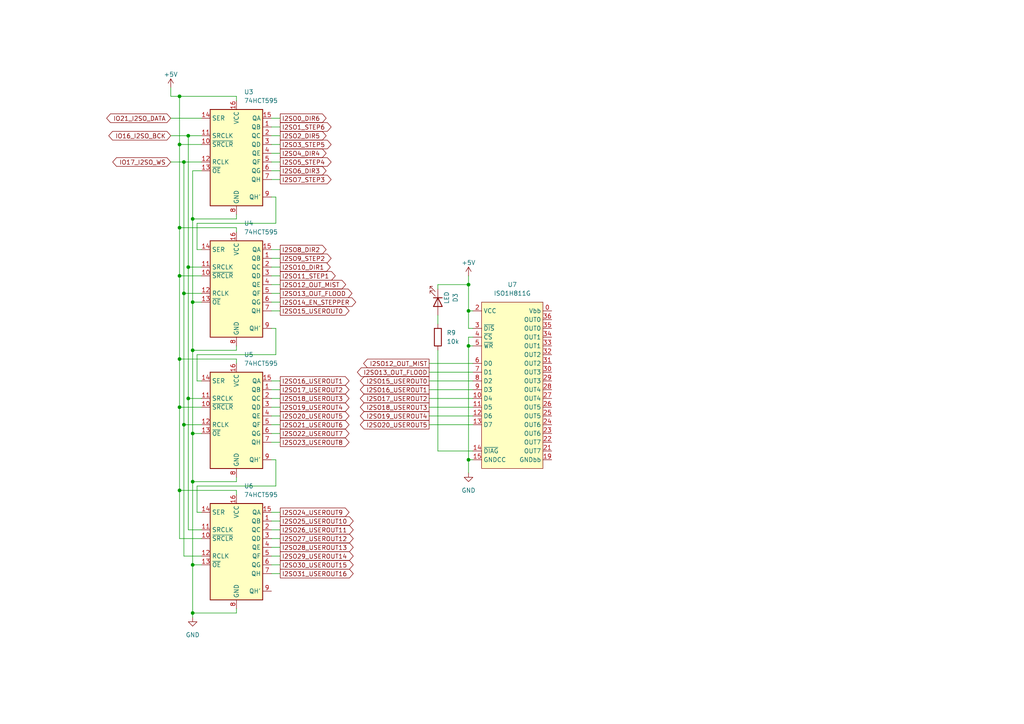
<source format=kicad_sch>
(kicad_sch (version 20230121) (generator eeschema)
  (paper "A4")
  (lib_symbols
    (symbol "74xx:74HCT595"
      (property "Reference" "U" (at -7.62 13.97 0))
      (property "Value" "74HCT595" (at -7.62 -16.51 0))
      (symbol "74HCT595_1_0"
        (pin tri_state line (at 10.16 7.62 180) (length 2.54) (name "QB") (number "1"))
        (pin input line (at -10.16 2.54 0) (length 2.54) (name "~{SRCLR}") (number "10"))
        (pin input line (at -10.16 5.08 0) (length 2.54) (name "SRCLK") (number "11"))
        (pin input line (at -10.16 -2.54 0) (length 2.54) (name "RCLK") (number "12"))
        (pin input line (at -10.16 -5.08 0) (length 2.54) (name "~{OE}") (number "13"))
        (pin input line (at -10.16 10.16 0) (length 2.54) (name "SER") (number "14"))
        (pin tri_state line (at 10.16 10.16 180) (length 2.54) (name "QA") (number "15"))
        (pin power_in line (at 0 15.24 270) (length 2.54) (name "VCC") (number "16"))
        (pin tri_state line (at 10.16 5.08 180) (length 2.54) (name "QC") (number "2"))
        (pin tri_state line (at 10.16 2.54 180) (length 2.54) (name "QD") (number "3"))
        (pin tri_state line (at 10.16 0 180) (length 2.54) (name "QE") (number "4"))
        (pin tri_state line (at 10.16 -2.54 180) (length 2.54) (name "QF") (number "5"))
        (pin tri_state line (at 10.16 -5.08 180) (length 2.54) (name "QG") (number "6"))
        (pin tri_state line (at 10.16 -7.62 180) (length 2.54) (name "QH") (number "7"))
        (pin power_in line (at 0 -17.78 90) (length 2.54) (name "GND") (number "8"))
        (pin output line (at 10.16 -12.7 180) (length 2.54) (name "QH'") (number "9"))
      )
      (symbol "74HCT595_1_1"
        (rectangle (start -7.62 12.7) (end 7.62 -15.24) (stroke (width 0.254)) (fill (type background)))
      )
    )
    (symbol "Device:LED" (pin_numbers hide) (pin_names (offset 1.016) hide)
      (property "Reference" "D" (at 0 2.54 0))
      (property "Value" "LED" (at 0 -2.54 0))
      (symbol "LED_0_1"
        (polyline (pts (xy -1.27 -1.27) (xy -1.27 1.27)) (stroke (width 0.254)))
        (polyline (pts (xy -1.27 0) (xy 1.27 0)))
        (polyline (pts (xy 1.27 -1.27) (xy 1.27 1.27) (xy -1.27 0) (xy 1.27 -1.27)) (stroke (width 0.254)))
        (polyline (pts (xy -3.048 -0.762) (xy -4.572 -2.286) (xy -3.81 -2.286) (xy -4.572 -2.286) (xy -4.572 -1.524)))
        (polyline (pts (xy -1.778 -0.762) (xy -3.302 -2.286) (xy -2.54 -2.286) (xy -3.302 -2.286) (xy -3.302 -1.524)))
      )
      (symbol "LED_1_1"
        (pin passive line (at -3.81 0 0) (length 2.54) (name "K") (number "1"))
        (pin passive line (at 3.81 0 180) (length 2.54) (name "A") (number "2"))
      )
    )
    (symbol "Device:R" (pin_numbers hide) (pin_names (offset 0))
      (property "Reference" "R" (at 2.032 0 90))
      (property "Value" "R" (at 0 0 90))
      (symbol "R_0_1"
        (rectangle (start -1.016 -2.54) (end 1.016 2.54) (stroke (width 0.254)))
      )
      (symbol "R_1_1"
        (pin passive line (at 0 3.81 270) (length 1.27) (name "~") (number "1"))
        (pin passive line (at 0 -3.81 90) (length 1.27) (name "~") (number "2"))
      )
    )
    (symbol "GioN_Custom:ISO1H811G"
      (property "Reference" "U" (at 0 27.94 0))
      (property "Value" "ISO1H811G" (at 0 25.4 0))
      (symbol "ISO1H811G_1_1"
        (rectangle (start -8.89 24.13) (end 8.89 -24.13) (fill (type background)))
        (pin power_in line (at 11.43 21.59 180) (length 2.54) (name "Vbb") (number "0"))
        (pin input line (at -11.43 -3.81 0) (length 2.54) (name "D4") (number "10"))
        (pin input line (at -11.43 -6.35 0) (length 2.54) (name "D5") (number "11"))
        (pin input line (at -11.43 -8.89 0) (length 2.54) (name "D6") (number "12"))
        (pin input line (at -11.43 -11.43 0) (length 2.54) (name "D7") (number "13"))
        (pin output line (at -11.43 -19.05 0) (length 2.54) (name "~{DIAG}") (number "14"))
        (pin power_in line (at -11.43 -21.59 0) (length 2.54) (name "GNDCC") (number "15"))
        (pin power_in line (at 11.43 -21.59 180) (length 2.54) (name "GNDbb") (number "19"))
        (pin power_in line (at -11.43 21.59 0) (length 2.54) (name "VCC") (number "2"))
        (pin output line (at 11.43 -19.05 180) (length 2.54) (name "OUT7") (number "21"))
        (pin output line (at 11.43 -16.51 180) (length 2.54) (name "OUT7") (number "22"))
        (pin output line (at 11.43 -13.97 180) (length 2.54) (name "OUT6") (number "23"))
        (pin output line (at 11.43 -11.43 180) (length 2.54) (name "OUT6") (number "24"))
        (pin output line (at 11.43 -8.89 180) (length 2.54) (name "OUT5") (number "25"))
        (pin output line (at 11.43 -6.35 180) (length 2.54) (name "OUT5") (number "26"))
        (pin output line (at 11.43 -3.81 180) (length 2.54) (name "OUT4") (number "27"))
        (pin output line (at 11.43 -1.27 180) (length 2.54) (name "OUT4") (number "28"))
        (pin output line (at 11.43 1.27 180) (length 2.54) (name "OUT3") (number "29"))
        (pin input line (at -11.43 16.51 0) (length 2.54) (name "~{DIS}") (number "3"))
        (pin output line (at 11.43 3.81 180) (length 2.54) (name "OUT3") (number "30"))
        (pin output line (at 11.43 6.35 180) (length 2.54) (name "OUT2") (number "31"))
        (pin output line (at 11.43 8.89 180) (length 2.54) (name "OUT2") (number "32"))
        (pin output line (at 11.43 11.43 180) (length 2.54) (name "OUT1") (number "33"))
        (pin output line (at 11.43 13.97 180) (length 2.54) (name "OUT1") (number "34"))
        (pin output line (at 11.43 16.51 180) (length 2.54) (name "OUT0") (number "35"))
        (pin output line (at 11.43 19.05 180) (length 2.54) (name "OUT0") (number "36"))
        (pin input line (at -11.43 13.97 0) (length 2.54) (name "~{CS}") (number "4"))
        (pin input line (at -11.43 11.43 0) (length 2.54) (name "~{WR}") (number "5"))
        (pin input line (at -11.43 6.35 0) (length 2.54) (name "D0") (number "6"))
        (pin input line (at -11.43 3.81 0) (length 2.54) (name "D1") (number "7"))
        (pin input line (at -11.43 1.27 0) (length 2.54) (name "D2") (number "8"))
        (pin input line (at -11.43 -1.27 0) (length 2.54) (name "D3") (number "9"))
      )
    )
    (symbol "power:+5V" (power) (pin_names (offset 0))
      (property "Value" "+5V" (at 0 3.556 0))
      (symbol "+5V_0_1"
        (polyline (pts (xy -0.762 1.27) (xy 0 2.54)))
        (polyline (pts (xy 0 0) (xy 0 2.54)))
        (polyline (pts (xy 0 2.54) (xy 0.762 1.27)))
      )
      (symbol "+5V_1_1"
        (pin power_in line (at 0 0 90) (length 0) hide (name "+5V") (number "1"))
      )
    )
    (symbol "power:GND" (power) (pin_names (offset 0))
      (property "Value" "GND" (at 0 -3.81 0))
      (symbol "GND_0_1"
        (polyline (pts (xy 0 0) (xy 0 -1.27) (xy 1.27 -1.27) (xy 0 -2.54) (xy -1.27 -1.27) (xy 0 -1.27)))
      )
      (symbol "GND_1_1"
        (pin power_in line (at 0 0 270) (length 0) hide (name "GND") (number "1"))
      )
    )
  )
  (junction (at 55.88 163.83))
  (junction (at 54.61 115.57))
  (junction (at 135.89 82.55))
  (junction (at 52.07 80.01))
  (junction (at 135.89 100.33))
  (junction (at 53.34 85.09))
  (junction (at 53.34 123.19))
  (junction (at 55.88 101.6))
  (junction (at 54.61 77.47))
  (junction (at 53.34 46.99))
  (junction (at 55.88 177.8))
  (junction (at 52.07 142.24))
  (junction (at 52.07 41.91))
  (junction (at 52.07 66.04))
  (junction (at 55.88 63.5))
  (junction (at 55.88 87.63))
  (junction (at 55.88 125.73))
  (junction (at 52.07 104.14))
  (junction (at 55.88 139.7))
  (junction (at 135.89 133.35))
  (junction (at 135.89 90.17))
  (junction (at 52.07 27.94))
  (junction (at 52.07 118.11))
  (junction (at 54.61 39.37))
  (wire (pts (xy 135.89 133.35) (xy 135.89 137.16)))
  (wire (pts (xy 52.07 142.24) (xy 68.58 142.24)))
  (wire (pts (xy 78.74 148.59) (xy 81.28 148.59)))
  (wire (pts (xy 58.42 148.59) (xy 57.15 148.59)))
  (wire (pts (xy 127 82.55) (xy 135.89 82.55)))
  (wire (pts (xy 78.74 113.03) (xy 81.28 113.03)))
  (wire (pts (xy 55.88 125.73) (xy 55.88 139.7)))
  (wire (pts (xy 78.74 46.99) (xy 81.28 46.99)))
  (wire (pts (xy 80.01 133.35) (xy 78.74 133.35)))
  (wire (pts (xy 78.74 41.91) (xy 81.28 41.91)))
  (wire (pts (xy 68.58 27.94) (xy 68.58 29.21)))
  (wire (pts (xy 68.58 176.53) (xy 68.58 177.8)))
  (wire (pts (xy 55.88 87.63) (xy 58.42 87.63)))
  (wire (pts (xy 78.74 123.19) (xy 81.28 123.19)))
  (wire (pts (xy 137.16 133.35) (xy 135.89 133.35)))
  (wire (pts (xy 55.88 177.8) (xy 68.58 177.8)))
  (wire (pts (xy 137.16 97.79) (xy 135.89 97.79)))
  (wire (pts (xy 68.58 105.41) (xy 68.58 104.14)))
  (wire (pts (xy 52.07 142.24) (xy 52.07 118.11)))
  (wire (pts (xy 68.58 67.31) (xy 68.58 66.04)))
  (wire (pts (xy 52.07 104.14) (xy 52.07 80.01)))
  (wire (pts (xy 78.74 90.17) (xy 81.28 90.17)))
  (wire (pts (xy 55.88 63.5) (xy 55.88 87.63)))
  (wire (pts (xy 52.07 41.91) (xy 58.42 41.91)))
  (wire (pts (xy 58.42 115.57) (xy 54.61 115.57)))
  (wire (pts (xy 53.34 46.99) (xy 58.42 46.99)))
  (wire (pts (xy 135.89 80.01) (xy 135.89 82.55)))
  (wire (pts (xy 68.58 138.43) (xy 68.58 139.7)))
  (wire (pts (xy 49.53 34.29) (xy 58.42 34.29)))
  (wire (pts (xy 68.58 100.33) (xy 68.58 101.6)))
  (wire (pts (xy 124.46 107.95) (xy 137.16 107.95)))
  (wire (pts (xy 52.07 156.21) (xy 52.07 142.24)))
  (wire (pts (xy 58.42 123.19) (xy 53.34 123.19)))
  (wire (pts (xy 49.53 25.4) (xy 49.53 27.94)))
  (wire (pts (xy 78.74 82.55) (xy 81.28 82.55)))
  (wire (pts (xy 54.61 77.47) (xy 54.61 39.37)))
  (wire (pts (xy 78.74 77.47) (xy 81.28 77.47)))
  (wire (pts (xy 49.53 27.94) (xy 52.07 27.94)))
  (wire (pts (xy 57.15 64.77) (xy 57.15 72.39)))
  (wire (pts (xy 78.74 87.63) (xy 81.28 87.63)))
  (wire (pts (xy 127 91.44) (xy 127 93.98)))
  (wire (pts (xy 124.46 105.41) (xy 137.16 105.41)))
  (wire (pts (xy 49.53 39.37) (xy 54.61 39.37)))
  (wire (pts (xy 68.58 63.5) (xy 55.88 63.5)))
  (wire (pts (xy 57.15 72.39) (xy 58.42 72.39)))
  (wire (pts (xy 53.34 85.09) (xy 53.34 46.99)))
  (wire (pts (xy 68.58 66.04) (xy 52.07 66.04)))
  (wire (pts (xy 135.89 90.17) (xy 137.16 90.17)))
  (wire (pts (xy 78.74 57.15) (xy 80.01 57.15)))
  (wire (pts (xy 80.01 95.25) (xy 80.01 102.87)))
  (wire (pts (xy 78.74 80.01) (xy 81.28 80.01)))
  (wire (pts (xy 58.42 153.67) (xy 54.61 153.67)))
  (wire (pts (xy 78.74 72.39) (xy 81.28 72.39)))
  (wire (pts (xy 137.16 95.25) (xy 135.89 95.25)))
  (wire (pts (xy 53.34 161.29) (xy 53.34 123.19)))
  (wire (pts (xy 124.46 118.11) (xy 137.16 118.11)))
  (wire (pts (xy 54.61 153.67) (xy 54.61 115.57)))
  (wire (pts (xy 78.74 158.75) (xy 81.28 158.75)))
  (wire (pts (xy 78.74 125.73) (xy 81.28 125.73)))
  (wire (pts (xy 52.07 27.94) (xy 52.07 41.91)))
  (wire (pts (xy 78.74 151.13) (xy 81.28 151.13)))
  (wire (pts (xy 58.42 77.47) (xy 54.61 77.47)))
  (wire (pts (xy 78.74 163.83) (xy 81.28 163.83)))
  (wire (pts (xy 57.15 102.87) (xy 57.15 110.49)))
  (wire (pts (xy 135.89 100.33) (xy 135.89 133.35)))
  (wire (pts (xy 68.58 62.23) (xy 68.58 63.5)))
  (wire (pts (xy 57.15 148.59) (xy 57.15 140.97)))
  (wire (pts (xy 78.74 34.29) (xy 81.28 34.29)))
  (wire (pts (xy 55.88 101.6) (xy 68.58 101.6)))
  (wire (pts (xy 78.74 120.65) (xy 81.28 120.65)))
  (wire (pts (xy 52.07 27.94) (xy 68.58 27.94)))
  (wire (pts (xy 124.46 113.03) (xy 137.16 113.03)))
  (wire (pts (xy 78.74 153.67) (xy 81.28 153.67)))
  (wire (pts (xy 58.42 118.11) (xy 52.07 118.11)))
  (wire (pts (xy 58.42 85.09) (xy 53.34 85.09)))
  (wire (pts (xy 55.88 125.73) (xy 58.42 125.73)))
  (wire (pts (xy 52.07 66.04) (xy 52.07 80.01)))
  (wire (pts (xy 55.88 101.6) (xy 55.88 125.73)))
  (wire (pts (xy 54.61 115.57) (xy 54.61 77.47)))
  (wire (pts (xy 135.89 97.79) (xy 135.89 100.33)))
  (wire (pts (xy 52.07 66.04) (xy 52.07 41.91)))
  (wire (pts (xy 57.15 140.97) (xy 80.01 140.97)))
  (wire (pts (xy 127 83.82) (xy 127 82.55)))
  (wire (pts (xy 68.58 143.51) (xy 68.58 142.24)))
  (wire (pts (xy 135.89 95.25) (xy 135.89 90.17)))
  (wire (pts (xy 80.01 140.97) (xy 80.01 133.35)))
  (wire (pts (xy 58.42 156.21) (xy 52.07 156.21)))
  (wire (pts (xy 80.01 64.77) (xy 57.15 64.77)))
  (wire (pts (xy 78.74 39.37) (xy 81.28 39.37)))
  (wire (pts (xy 58.42 161.29) (xy 53.34 161.29)))
  (wire (pts (xy 58.42 49.53) (xy 55.88 49.53)))
  (wire (pts (xy 55.88 139.7) (xy 55.88 163.83)))
  (wire (pts (xy 78.74 49.53) (xy 81.28 49.53)))
  (wire (pts (xy 124.46 110.49) (xy 137.16 110.49)))
  (wire (pts (xy 80.01 102.87) (xy 57.15 102.87)))
  (wire (pts (xy 127 101.6) (xy 127 130.81)))
  (wire (pts (xy 127 130.81) (xy 137.16 130.81)))
  (wire (pts (xy 78.74 156.21) (xy 81.28 156.21)))
  (wire (pts (xy 55.88 49.53) (xy 55.88 63.5)))
  (wire (pts (xy 80.01 95.25) (xy 78.74 95.25)))
  (wire (pts (xy 78.74 115.57) (xy 81.28 115.57)))
  (wire (pts (xy 58.42 80.01) (xy 52.07 80.01)))
  (wire (pts (xy 78.74 128.27) (xy 81.28 128.27)))
  (wire (pts (xy 124.46 115.57) (xy 137.16 115.57)))
  (wire (pts (xy 78.74 166.37) (xy 81.28 166.37)))
  (wire (pts (xy 124.46 123.19) (xy 137.16 123.19)))
  (wire (pts (xy 78.74 85.09) (xy 81.28 85.09)))
  (wire (pts (xy 78.74 36.83) (xy 81.28 36.83)))
  (wire (pts (xy 80.01 64.77) (xy 80.01 57.15)))
  (wire (pts (xy 135.89 82.55) (xy 135.89 90.17)))
  (wire (pts (xy 68.58 104.14) (xy 52.07 104.14)))
  (wire (pts (xy 78.74 44.45) (xy 81.28 44.45)))
  (wire (pts (xy 55.88 139.7) (xy 68.58 139.7)))
  (wire (pts (xy 55.88 163.83) (xy 58.42 163.83)))
  (wire (pts (xy 78.74 74.93) (xy 81.28 74.93)))
  (wire (pts (xy 52.07 118.11) (xy 52.07 104.14)))
  (wire (pts (xy 78.74 110.49) (xy 81.28 110.49)))
  (wire (pts (xy 78.74 52.07) (xy 81.28 52.07)))
  (wire (pts (xy 55.88 177.8) (xy 55.88 179.07)))
  (wire (pts (xy 55.88 163.83) (xy 55.88 177.8)))
  (wire (pts (xy 54.61 39.37) (xy 58.42 39.37)))
  (wire (pts (xy 57.15 110.49) (xy 58.42 110.49)))
  (wire (pts (xy 78.74 118.11) (xy 81.28 118.11)))
  (wire (pts (xy 78.74 161.29) (xy 81.28 161.29)))
  (wire (pts (xy 49.53 46.99) (xy 53.34 46.99)))
  (wire (pts (xy 53.34 123.19) (xy 53.34 85.09)))
  (wire (pts (xy 55.88 87.63) (xy 55.88 101.6)))
  (wire (pts (xy 135.89 100.33) (xy 137.16 100.33)))
  (wire (pts (xy 124.46 120.65) (xy 137.16 120.65)))
  (global_label "I2SO18_USEROUT3" (shape output) (at 124.46 118.11 180) (property "Intersheetrefs" "${INTERSHEET_REFS}" (effects hide)))
  (global_label "I2SO16_USEROUT1" (shape output) (at 81.28 110.49 0) (property "Intersheetrefs" "${INTERSHEET_REFS}" (effects hide)))
  (global_label "I2SO7_STEP3" (shape output) (at 81.28 52.07 0) (property "Intersheetrefs" "${INTERSHEET_REFS}" (effects hide)))
  (global_label "I2SO19_USEROUT4" (shape output) (at 81.28 118.11 0) (property "Intersheetrefs" "${INTERSHEET_REFS}" (effects hide)))
  (global_label "I2SO20_USEROUT5" (shape output) (at 81.28 120.65 0) (property "Intersheetrefs" "${INTERSHEET_REFS}" (effects hide)))
  (global_label "I2SO6_DIR3" (shape output) (at 81.28 49.53 0) (property "Intersheetrefs" "${INTERSHEET_REFS}" (effects hide)))
  (global_label "I2SO31_USEROUT16" (shape output) (at 81.28 166.37 0) (property "Intersheetrefs" "${INTERSHEET_REFS}" (effects hide)))
  (global_label "I2SO28_USEROUT13" (shape output) (at 81.28 158.75 0) (property "Intersheetrefs" "${INTERSHEET_REFS}" (effects hide)))
  (global_label "I2SO21_USEROUT6" (shape output) (at 81.28 123.19 0) (property "Intersheetrefs" "${INTERSHEET_REFS}" (effects hide)))
  (global_label "I2SO3_STEP5" (shape output) (at 81.28 41.91 0) (property "Intersheetrefs" "${INTERSHEET_REFS}" (effects hide)))
  (global_label "I2SO30_USEROUT15" (shape output) (at 81.28 163.83 0) (property "Intersheetrefs" "${INTERSHEET_REFS}" (effects hide)))
  (global_label "I2SO9_STEP2" (shape output) (at 81.28 74.93 0) (property "Intersheetrefs" "${INTERSHEET_REFS}" (effects hide)))
  (global_label "IO17_I2SO_WS" (shape bidirectional) (at 49.53 46.99 180) (property "Intersheetrefs" "${INTERSHEET_REFS}" (effects hide)))
  (global_label "IO21_I2SO_DATA" (shape bidirectional) (at 49.53 34.29 180) (property "Intersheetrefs" "${INTERSHEET_REFS}" (effects hide)))
  (global_label "I2SO12_OUT_MIST" (shape output) (at 81.28 82.55 0) (property "Intersheetrefs" "${INTERSHEET_REFS}" (effects hide)))
  (global_label "I2SO22_USEROUT7" (shape output) (at 81.28 125.73 0) (property "Intersheetrefs" "${INTERSHEET_REFS}" (effects hide)))
  (global_label "I2SO16_USEROUT1" (shape output) (at 124.46 113.03 180) (property "Intersheetrefs" "${INTERSHEET_REFS}" (effects hide)))
  (global_label "I2SO5_STEP4" (shape output) (at 81.28 46.99 0) (property "Intersheetrefs" "${INTERSHEET_REFS}" (effects hide)))
  (global_label "I2SO11_STEP1" (shape output) (at 81.28 80.01 0) (property "Intersheetrefs" "${INTERSHEET_REFS}" (effects hide)))
  (global_label "I2SO13_OUT_FLOOD" (shape output) (at 124.46 107.95 180) (property "Intersheetrefs" "${INTERSHEET_REFS}" (effects hide)))
  (global_label "I2SO8_DIR2" (shape output) (at 81.28 72.39 0) (property "Intersheetrefs" "${INTERSHEET_REFS}" (effects hide)))
  (global_label "I2SO23_USEROUT8" (shape output) (at 81.28 128.27 0) (property "Intersheetrefs" "${INTERSHEET_REFS}" (effects hide)))
  (global_label "I2SO20_USEROUT5" (shape output) (at 124.46 123.19 180) (property "Intersheetrefs" "${INTERSHEET_REFS}" (effects hide)))
  (global_label "I2SO17_USEROUT2" (shape output) (at 124.46 115.57 180) (property "Intersheetrefs" "${INTERSHEET_REFS}" (effects hide)))
  (global_label "I2SO27_USEROUT12" (shape output) (at 81.28 156.21 0) (property "Intersheetrefs" "${INTERSHEET_REFS}" (effects hide)))
  (global_label "I2SO14_EN_STEPPER" (shape output) (at 81.28 87.63 0) (property "Intersheetrefs" "${INTERSHEET_REFS}" (effects hide)))
  (global_label "I2SO25_USEROUT10" (shape output) (at 81.28 151.13 0) (property "Intersheetrefs" "${INTERSHEET_REFS}" (effects hide)))
  (global_label "I2SO29_USEROUT14" (shape output) (at 81.28 161.29 0) (property "Intersheetrefs" "${INTERSHEET_REFS}" (effects hide)))
  (global_label "I2SO26_USEROUT11" (shape output) (at 81.28 153.67 0) (property "Intersheetrefs" "${INTERSHEET_REFS}" (effects hide)))
  (global_label "I2SO13_OUT_FLOOD" (shape output) (at 81.28 85.09 0) (property "Intersheetrefs" "${INTERSHEET_REFS}" (effects hide)))
  (global_label "I2SO18_USEROUT3" (shape output) (at 81.28 115.57 0) (property "Intersheetrefs" "${INTERSHEET_REFS}" (effects hide)))
  (global_label "I2SO2_DIR5" (shape output) (at 81.28 39.37 0) (property "Intersheetrefs" "${INTERSHEET_REFS}" (effects hide)))
  (global_label "I2SO4_DIR4" (shape output) (at 81.28 44.45 0) (property "Intersheetrefs" "${INTERSHEET_REFS}" (effects hide)))
  (global_label "I2SO15_USEROUT0" (shape output) (at 124.46 110.49 180) (property "Intersheetrefs" "${INTERSHEET_REFS}" (effects hide)))
  (global_label "I2SO24_USEROUT9" (shape output) (at 81.28 148.59 0) (property "Intersheetrefs" "${INTERSHEET_REFS}" (effects hide)))
  (global_label "I2SO19_USEROUT4" (shape output) (at 124.46 120.65 180) (property "Intersheetrefs" "${INTERSHEET_REFS}" (effects hide)))
  (global_label "I2SO10_DIR1" (shape output) (at 81.28 77.47 0) (property "Intersheetrefs" "${INTERSHEET_REFS}" (effects hide)))
  (global_label "I2SO15_USEROUT0" (shape output) (at 81.28 90.17 0) (property "Intersheetrefs" "${INTERSHEET_REFS}" (effects hide)))
  (global_label "I2SO17_USEROUT2" (shape output) (at 81.28 113.03 0) (property "Intersheetrefs" "${INTERSHEET_REFS}" (effects hide)))
  (global_label "I2SO1_STEP6" (shape output) (at 81.28 36.83 0) (property "Intersheetrefs" "${INTERSHEET_REFS}" (effects hide)))
  (global_label "IO16_I2SO_BCK" (shape bidirectional) (at 49.53 39.37 180) (property "Intersheetrefs" "${INTERSHEET_REFS}" (effects hide)))
  (global_label "I2SO12_OUT_MIST" (shape output) (at 124.46 105.41 180) (property "Intersheetrefs" "${INTERSHEET_REFS}" (effects hide)))
  (global_label "I2SO0_DIR6" (shape output) (at 81.28 34.29 0) (property "Intersheetrefs" "${INTERSHEET_REFS}" (effects hide)))
  (symbol (lib_id "74xx:74HCT595") (at 68.58 158.75 0) (unit 1)
    (property "Reference" "U6" (at 70.7741 140.97 0) (effects (justify left)))
    (property "Value" "74HCT595" (at 70.7741 143.51 0) (effects (justify left)))
    (property "Footprint" "GioN_Custom:SOIC-16" (effects hide))
    (property "Datasheet" "https://assets.nexperia.com/documents/data-sheet/74HC_HCT595.pdf" (effects hide))
  )
  (symbol (lib_id "power:+5V") (at 135.89 80.01 0) (unit 1)
    (property "Reference" "#PWR09" (effects hide))
    (property "Value" "+5V" (at 135.89 76.2 0))
    (instances (project "FluidNC" (path "" (reference "#PWR09") (unit 1)) (path "" (reference "#PWR011") (unit 1))))
  )
  (symbol (lib_id "74xx:74HCT595") (at 68.58 120.65 0) (unit 1)
    (property "Reference" "U5" (at 70.7741 102.87 0) (effects (justify left)))
    (property "Value" "74HCT595" (at 70.7741 105.41 0) (effects (justify left)))
    (property "Footprint" "GioN_Custom:SOIC-16" (effects hide))
    (property "Datasheet" "https://assets.nexperia.com/documents/data-sheet/74HC_HCT595.pdf" (effects hide))
  )
  (symbol (lib_id "power:GND") (at 55.88 179.07 0) (unit 1)
    (property "Reference" "#PWR010" (effects hide))
    (property "Value" "GND" (at 55.88 184.15 0))
  )
  (symbol (lib_id "Device:LED") (at 127 87.63 270) (unit 1)
    (property "Reference" "D3" (at 132.08 86.36 0))
    (property "Value" "LED" (at 129.54 86.36 0))
    (property "Footprint" "LED_SMD:LED_0603_1608Metric_Pad1.05x0.95mm_HandSolder" (effects hide))
    (instances (project "FluidNC" (path "" (reference "D3") (unit 1)) (path "" (reference "D4") (unit 1))))
  )
  (symbol (lib_id "74xx:74HCT595") (at 68.58 82.55 0) (unit 1)
    (property "Reference" "U4" (at 70.7741 64.77 0) (effects (justify left)))
    (property "Value" "74HCT595" (at 70.7741 67.31 0) (effects (justify left)))
    (property "Footprint" "GioN_Custom:SOIC-16" (effects hide))
    (property "Datasheet" "https://assets.nexperia.com/documents/data-sheet/74HC_HCT595.pdf" (effects hide))
  )
  (symbol (lib_id "74xx:74HCT595") (at 68.58 44.45 0) (unit 1)
    (property "Reference" "U3" (at 70.7741 26.67 0) (effects (justify left)))
    (property "Value" "74HCT595" (at 70.7741 29.21 0) (effects (justify left)))
    (property "Footprint" "GioN_Custom:SOIC-16" (effects hide))
    (property "Datasheet" "https://assets.nexperia.com/documents/data-sheet/74HC_HCT595.pdf" (effects hide))
  )
  (symbol (lib_id "Device:R") (at 127 97.79 0) (unit 1)
    (property "Reference" "R9" (at 129.54 96.52 0) (effects (justify left)))
    (property "Value" "10k" (at 129.54 99.06 0) (effects (justify left)))
    (property "Footprint" "Resistor_SMD:R_0603_1608Metric_Pad0.98x0.95mm_HandSolder" (effects hide))
    (instances (project "FluidNC" (path "" (reference "R9") (unit 1)) (path "" (reference "R11") (unit 1))))
  )
  (symbol (lib_id "power:GND") (at 135.89 137.16 0) (unit 1)
    (property "Reference" "#PWR010" (effects hide))
    (property "Value" "GND" (at 135.89 142.24 0))
    (instances (project "FluidNC" (path "" (reference "#PWR010") (unit 1)) (path "" (reference "#PWR012") (unit 1))))
  )
  (symbol (lib_id "power:+5V") (at 49.53 25.4 0) (unit 1)
    (property "Reference" "#PWR09" (effects hide))
    (property "Value" "+5V" (at 49.53 21.59 0))
  )
  (symbol (lib_id "GioN_Custom:ISO1H811G") (at 148.59 111.76 0) (unit 1)
    (property "Reference" "U7" (at 148.59 82.55 0))
    (property "Value" "ISO1H811G" (at 148.59 85.09 0))
    (property "Footprint" "GioN_Custom:PG-DSO-36" (effects hide))
  )
)
</source>
